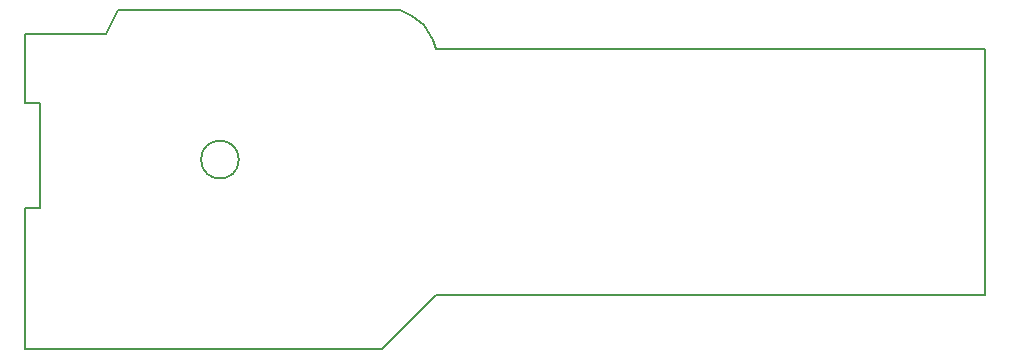
<source format=gbr>
%TF.GenerationSoftware,KiCad,Pcbnew,(5.0.2)-1*%
%TF.CreationDate,2021-01-29T11:37:37+01:00*%
%TF.ProjectId,radar_d1_mini_pcb,72616461-725f-4643-915f-6d696e695f70,rev?*%
%TF.SameCoordinates,Original*%
%TF.FileFunction,Profile,NP*%
%FSLAX46Y46*%
G04 Gerber Fmt 4.6, Leading zero omitted, Abs format (unit mm)*
G04 Created by KiCad (PCBNEW (5.0.2)-1) date 29/01/2021 11:37:37*
%MOMM*%
%LPD*%
G01*
G04 APERTURE LIST*
%ADD10C,0.150000*%
G04 APERTURE END LIST*
D10*
X115646000Y-127762000D02*
G75*
G03X115646000Y-127762000I-1600000J0D01*
G01*
X178816000Y-118364000D02*
X178816000Y-139192000D01*
X148082000Y-118364000D02*
X178816000Y-118364000D01*
X137414000Y-118364000D02*
X148082000Y-118364000D01*
X132334000Y-118364000D02*
X137414000Y-118364000D01*
X132080000Y-117602000D02*
X132334000Y-118364000D01*
X131318000Y-116332000D02*
X132080000Y-117602000D01*
X130302000Y-115570000D02*
X131318000Y-116332000D01*
X129286000Y-115062000D02*
X130302000Y-115570000D01*
X128016000Y-115062000D02*
X129286000Y-115062000D01*
X105410000Y-115062000D02*
X128016000Y-115062000D01*
X104394000Y-117094000D02*
X105410000Y-115062000D01*
X97536000Y-117094000D02*
X104394000Y-117094000D01*
X97536000Y-122936000D02*
X97536000Y-117094000D01*
X98806000Y-122936000D02*
X97536000Y-122936000D01*
X98806000Y-131826000D02*
X98806000Y-122936000D01*
X97536000Y-131826000D02*
X98806000Y-131826000D01*
X97536000Y-143764000D02*
X97536000Y-131826000D01*
X132334000Y-139192000D02*
X178816000Y-139192000D01*
X127762000Y-143764000D02*
X132334000Y-139192000D01*
X127508000Y-143764000D02*
X127762000Y-143764000D01*
X109474000Y-143764000D02*
X127508000Y-143764000D01*
X109474000Y-143764000D02*
X97536000Y-143764000D01*
M02*

</source>
